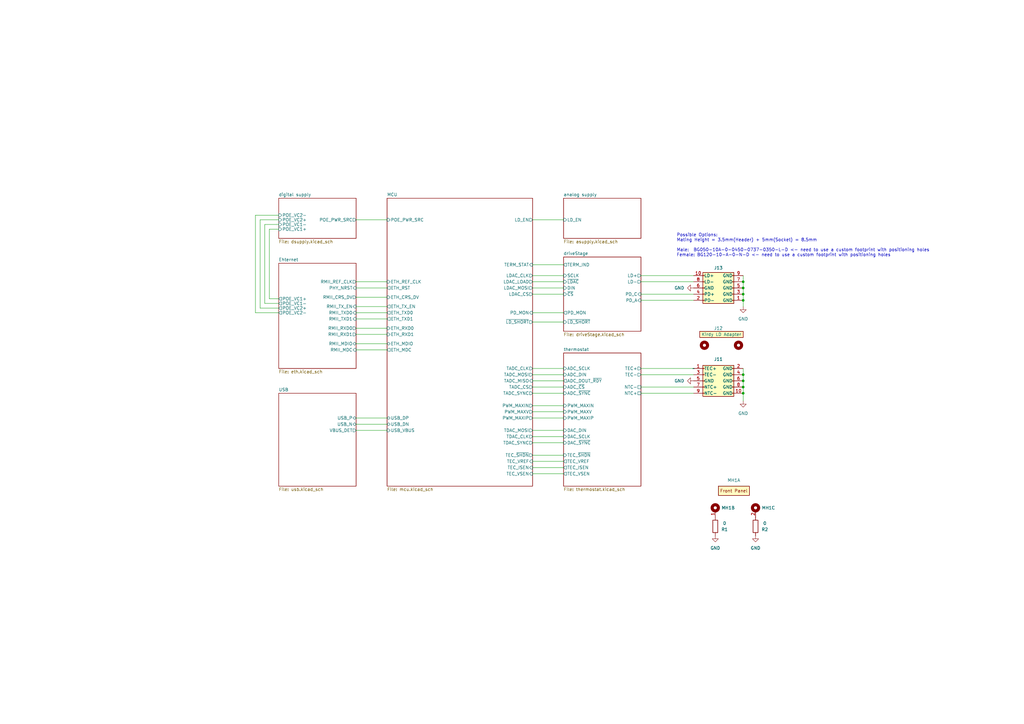
<source format=kicad_sch>
(kicad_sch (version 20230121) (generator eeschema)
  (paper "A3")
  (title_block (title "Kirdy") (date "2023-11-09") (rev "r0_3") (company "M-Labs Limited") (comment 1 "Linus Woo Chun Kit"))
  (lib_symbols
    (symbol "Device:R" (pin_numbers hide) (pin_names (offset 0))
      (property "Reference" "R" (at 2.032 0 90))
      (property "Value" "R" (at 0 0 90))
      (symbol "R_0_1"
        (rectangle (start -1.016 -2.54) (end 1.016 2.54) (stroke (width 0.254)))
      )
      (symbol "R_1_1"
        (pin passive line (at 0 3.81 270) (length 1.27) (name "~") (number "1"))
        (pin passive line (at 0 -3.81 90) (length 1.27) (name "~") (number "2"))
      )
    )
    (symbol "Mechanical:MountingHole" (pin_names (offset 1.016))
      (property "Reference" "H" (at 0 5.08 0))
      (property "Value" "MountingHole" (at 0 3.175 0))
      (symbol "MountingHole_0_1"
        (circle (center 0 0) (radius 1.27) (stroke (width 1.27)))
      )
    )
    (symbol "Panel_1"
      (property "Reference" "MH" (at 1.27 3.175 0))
      (symbol "Panel_1_1_1"
        (rectangle (start 0 0) (end 12.7 -3.81) (stroke (width 0.254)) (fill (type background)))
        (text "Front Panel" (at 6.35 -1.905 0) (effects (font (size 1.27 1.27))))
      )
      (symbol "Panel_1_2_1"
        (circle (center 0 0) (radius 1.27) (stroke (width 1.27)))
        (pin input line (at 3.81 0 180) (length 2.54) (name "") (number "1"))
      )
      (symbol "Panel_1_3_1"
        (circle (center 0 0) (radius 1.27) (stroke (width 1.27)))
        (pin input line (at 3.81 0 180) (length 2.54) (name "") (number "2"))
      )
    )
    (symbol "kirdy:Kirdy_Adapter_HDR1"
      (property "Reference" "J" (at 5.08 2.54 0))
      (symbol "Kirdy_Adapter_HDR1_1_1"
        (rectangle (start 3.81 -10.033) (end 4.445 -10.287) (stroke (width 0.1524)))
        (rectangle (start 3.81 -7.493) (end 4.445 -7.747) (stroke (width 0.1524)))
        (rectangle (start 3.81 -4.953) (end 4.445 -5.207) (stroke (width 0.1524)))
        (rectangle (start 3.81 -2.413) (end 4.445 -2.667) (stroke (width 0.1524)))
        (rectangle (start 3.81 0.127) (end 4.445 -0.127) (stroke (width 0.1524)))
        (rectangle (start 3.81 1.27) (end 16.51 -11.43) (stroke (width 0.254)) (fill (type background)))
        (rectangle (start 15.875 -10.033) (end 16.51 -10.287) (stroke (width 0.1524)))
        (rectangle (start 15.875 -7.493) (end 16.51 -7.747) (stroke (width 0.1524)))
        (rectangle (start 15.875 -4.953) (end 16.51 -5.207) (stroke (width 0.1524)))
        (rectangle (start 15.875 -2.413) (end 16.51 -2.667) (stroke (width 0.1524)))
        (rectangle (start 15.875 0.127) (end 16.51 -0.127) (stroke (width 0.1524)))
        (pin passive line (at 0 0 0) (length 3.81) (name "TEC+") (number "1"))
        (pin passive line (at 20.32 -10.16 180) (length 3.81) (name "GND") (number "10"))
        (pin passive line (at 20.32 0 180) (length 3.81) (name "GND") (number "2"))
        (pin passive line (at 0 -2.54 0) (length 3.81) (name "TEC-") (number "3"))
        (pin passive line (at 20.32 -2.54 180) (length 3.81) (name "GND") (number "4"))
        (pin passive line (at 0 -5.08 0) (length 3.81) (name "GND") (number "5"))
        (pin passive line (at 20.32 -5.08 180) (length 3.81) (name "GND") (number "6"))
        (pin passive line (at 0 -7.62 0) (length 3.81) (name "NTC+") (number "7"))
        (pin passive line (at 20.32 -7.62 180) (length 3.81) (name "GND") (number "8"))
        (pin passive line (at 0 -10.16 0) (length 3.81) (name "NTC-") (number "9"))
      )
    )
    (symbol "kirdy:Kirdy_Adapter_HDR2"
      (property "Reference" "J" (at 5.08 2.54 0))
      (symbol "Kirdy_Adapter_HDR2_1_1"
        (rectangle (start 3.81 -10.033) (end 4.445 -10.287) (stroke (width 0.1524)))
        (rectangle (start 3.81 -7.493) (end 4.445 -7.747) (stroke (width 0.1524)))
        (rectangle (start 3.81 -4.953) (end 4.445 -5.207) (stroke (width 0.1524)))
        (rectangle (start 3.81 -2.413) (end 4.445 -2.667) (stroke (width 0.1524)))
        (rectangle (start 3.81 0.127) (end 4.445 -0.127) (stroke (width 0.1524)))
        (rectangle (start 3.81 1.27) (end 16.51 -11.43) (stroke (width 0.254)) (fill (type background)))
        (rectangle (start 15.875 -10.033) (end 16.51 -10.287) (stroke (width 0.1524)))
        (rectangle (start 15.875 -7.493) (end 16.51 -7.747) (stroke (width 0.1524)))
        (rectangle (start 15.875 -4.953) (end 16.51 -5.207) (stroke (width 0.1524)))
        (rectangle (start 15.875 -2.413) (end 16.51 -2.667) (stroke (width 0.1524)))
        (rectangle (start 15.875 0.127) (end 16.51 -0.127) (stroke (width 0.1524)))
        (pin passive line (at 0 0 0) (length 3.81) (name "GND") (number "1"))
        (pin passive line (at 20.32 -10.16 180) (length 3.81) (name "LD+") (number "10"))
        (pin passive line (at 20.32 0 180) (length 3.81) (name "PD-") (number "2"))
        (pin passive line (at 0 -2.54 0) (length 3.81) (name "GND") (number "3"))
        (pin passive line (at 20.32 -2.54 180) (length 3.81) (name "PD+") (number "4"))
        (pin passive line (at 0 -5.08 0) (length 3.81) (name "GND") (number "5"))
        (pin passive line (at 20.32 -5.08 180) (length 3.81) (name "GND") (number "6"))
        (pin passive line (at 0 -7.62 0) (length 3.81) (name "GND") (number "7"))
        (pin passive line (at 20.32 -7.62 180) (length 3.81) (name "LD-") (number "8"))
        (pin passive line (at 0 -10.16 0) (length 3.81) (name "GND") (number "9"))
      )
    )
    (symbol "kirdy:Kirdy_LD_Adapter" (pin_names (offset 1.016) hide)
      (property "Reference" "J" (at -6.35 2.54 0))
      (property "Value" "Kirdy_LD_Adapter" (at 1.27 0 0))
      (symbol "Kirdy_LD_Adapter_1_1"
        (rectangle (start -7.62 1.27) (end 10.16 -1.27) (stroke (width 0.254)) (fill (type background)))
      )
    )
    (symbol "kirdy:Panel"
      (property "Reference" "MH" (at 1.27 3.175 0))
      (symbol "Panel_1_1"
        (rectangle (start 0 0) (end 12.7 -3.81) (stroke (width 0.254)) (fill (type background)))
        (text "Front Panel" (at 6.35 -1.905 0) (effects (font (size 1.27 1.27))))
      )
      (symbol "Panel_2_1"
        (circle (center 0 0) (radius 1.27) (stroke (width 1.27)))
        (pin input line (at 3.81 0 180) (length 2.54) (name "") (number "1"))
      )
      (symbol "Panel_3_1"
        (circle (center 0 0) (radius 1.27) (stroke (width 1.27)))
        (pin input line (at 3.81 0 180) (length 2.54) (name "") (number "2"))
      )
    )
    (symbol "power:GND" (power) (pin_names (offset 0))
      (property "Value" "GND" (at 0 -3.81 0))
      (symbol "GND_0_1"
        (polyline (pts (xy 0 0) (xy 0 -1.27) (xy 1.27 -1.27) (xy 0 -2.54) (xy -1.27 -1.27) (xy 0 -1.27)))
      )
      (symbol "GND_1_1"
        (pin power_in line (at 0 0 270) (length 0) hide (name "GND") (number "1"))
      )
    )
  )
  (junction (at 304.8 118.11))
  (junction (at 304.8 153.67))
  (junction (at 304.8 158.75))
  (junction (at 304.8 161.29))
  (junction (at 304.8 120.65))
  (junction (at 304.8 123.19))
  (junction (at 304.8 115.57))
  (junction (at 304.8 156.21))
  (wire (pts (xy 304.8 153.67) (xy 304.8 156.21)))
  (wire (pts (xy 146.05 176.53) (xy 158.75 176.53)))
  (wire (pts (xy 108.585 92.075) (xy 108.585 124.46)))
  (wire (pts (xy 218.44 168.91) (xy 231.14 168.91)))
  (wire (pts (xy 106.68 126.365) (xy 106.68 90.17)))
  (wire (pts (xy 218.44 176.53) (xy 231.14 176.53)))
  (wire (pts (xy 304.8 151.13) (xy 304.8 153.67)))
  (wire (pts (xy 146.05 125.73) (xy 158.75 125.73)))
  (wire (pts (xy 304.8 115.57) (xy 304.8 118.11)))
  (wire (pts (xy 262.89 123.19) (xy 284.48 123.19)))
  (wire (pts (xy 114.3 122.555) (xy 110.49 122.555)))
  (wire (pts (xy 218.44 151.13) (xy 231.14 151.13)))
  (wire (pts (xy 146.05 173.99) (xy 158.75 173.99)))
  (wire (pts (xy 218.44 161.29) (xy 231.14 161.29)))
  (wire (pts (xy 146.05 115.57) (xy 158.75 115.57)))
  (wire (pts (xy 218.44 90.17) (xy 231.14 90.17)))
  (wire (pts (xy 218.44 171.45) (xy 231.14 171.45)))
  (wire (pts (xy 146.05 140.97) (xy 158.75 140.97)))
  (wire (pts (xy 218.44 194.31) (xy 231.14 194.31)))
  (wire (pts (xy 218.44 166.37) (xy 231.14 166.37)))
  (wire (pts (xy 218.44 189.23) (xy 231.14 189.23)))
  (wire (pts (xy 218.44 179.07) (xy 231.14 179.07)))
  (wire (pts (xy 262.89 161.29) (xy 284.48 161.29)))
  (wire (pts (xy 146.05 121.92) (xy 158.75 121.92)))
  (wire (pts (xy 146.05 171.45) (xy 158.75 171.45)))
  (wire (pts (xy 304.8 120.65) (xy 304.8 123.19)))
  (wire (pts (xy 262.89 113.03) (xy 284.48 113.03)))
  (wire (pts (xy 146.05 90.17) (xy 158.75 90.17)))
  (wire (pts (xy 114.3 92.075) (xy 108.585 92.075)))
  (wire (pts (xy 110.49 93.98) (xy 114.3 93.98)))
  (wire (pts (xy 304.8 156.21) (xy 304.8 158.75)))
  (wire (pts (xy 106.68 90.17) (xy 114.3 90.17)))
  (wire (pts (xy 110.49 122.555) (xy 110.49 93.98)))
  (wire (pts (xy 304.8 158.75) (xy 304.8 161.29)))
  (wire (pts (xy 114.3 88.265) (xy 104.775 88.265)))
  (wire (pts (xy 304.8 123.19) (xy 304.8 125.73)))
  (wire (pts (xy 146.05 130.81) (xy 158.75 130.81)))
  (wire (pts (xy 218.44 115.57) (xy 231.14 115.57)))
  (wire (pts (xy 262.89 120.65) (xy 284.48 120.65)))
  (wire (pts (xy 146.05 118.11) (xy 158.75 118.11)))
  (wire (pts (xy 114.3 126.365) (xy 106.68 126.365)))
  (wire (pts (xy 146.05 128.27) (xy 158.75 128.27)))
  (wire (pts (xy 304.8 161.29) (xy 304.8 164.465)))
  (wire (pts (xy 262.89 158.75) (xy 284.48 158.75)))
  (wire (pts (xy 104.775 88.265) (xy 104.775 128.27)))
  (wire (pts (xy 218.44 132.08) (xy 231.14 132.08)))
  (wire (pts (xy 146.05 134.62) (xy 158.75 134.62)))
  (wire (pts (xy 218.44 118.11) (xy 231.14 118.11)))
  (wire (pts (xy 304.8 113.03) (xy 304.8 115.57)))
  (wire (pts (xy 218.44 156.21) (xy 231.14 156.21)))
  (wire (pts (xy 304.8 118.11) (xy 304.8 120.65)))
  (wire (pts (xy 218.44 128.27) (xy 231.14 128.27)))
  (wire (pts (xy 218.44 186.69) (xy 231.14 186.69)))
  (wire (pts (xy 218.44 153.67) (xy 231.14 153.67)))
  (wire (pts (xy 218.44 108.585) (xy 231.14 108.585)))
  (wire (pts (xy 218.44 181.61) (xy 231.14 181.61)))
  (wire (pts (xy 218.44 158.75) (xy 231.14 158.75)))
  (wire (pts (xy 218.44 120.65) (xy 231.14 120.65)))
  (wire (pts (xy 262.89 151.13) (xy 284.48 151.13)))
  (wire (pts (xy 262.89 153.67) (xy 284.48 153.67)))
  (wire (pts (xy 108.585 124.46) (xy 114.3 124.46)))
  (wire (pts (xy 146.05 143.51) (xy 158.75 143.51)))
  (wire (pts (xy 262.89 115.57) (xy 284.48 115.57)))
  (wire (pts (xy 104.775 128.27) (xy 114.3 128.27)))
  (wire (pts (xy 218.44 191.77) (xy 231.14 191.77)))
  (wire (pts (xy 218.44 113.03) (xy 231.14 113.03)))
  (wire (pts (xy 146.05 137.16) (xy 158.75 137.16)))
  (text "Possible Options:\nMating Height = 3.5mm(Header) + 5mm(Socket) = 8.5mm\n\nMale:  BG050-10A-0-0450-0737-0350-L-D <- need to use a custom footprint with positioning holes\nFemale: BG120-10-A-0-N-D <- need to use a custom footprint with positioning holes" (at 277.495 105.41 0) (effects (font (size 1.27 1.27)) (justify left bottom)))
  (symbol (lib_id "power:GND") (at 309.88 219.71 0) (unit 1)
    (property "Reference" "#PWR06" (effects hide))
    (property "Value" "GND" (at 309.88 224.79 0))
  )
  (symbol (lib_id "Device:R") (at 293.37 215.9 180) (unit 1)
    (property "Reference" "R1" (at 297.18 217.17 0))
    (property "Value" "0" (at 297.18 214.63 0))
    (property "Footprint" "Resistor_SMD:R_0603_1608Metric" (effects hide))
    (property "MFR_PN" "RMCF0603ZT0R00" (effects hide))
    (property "MFR_PN_ALT" "CR0603-J/-000ELF" (effects hide))
  )
  (symbol (lib_id "kirdy:Kirdy_LD_Adapter") (at 294.64 137.16 0) (unit 1)
    (property "Reference" "J12" (at 294.64 134.62 0))
    (property "Value" "Kirdy LD Adapter" (at 295.91 137.16 0))
    (property "Footprint" "kirdy:Kirdy_LD_Adapter" (effects hide))
    (property "MFR_PN" "Kirdy_LD_Adapter_PCB" (effects hide))
  )
  (symbol (lib_id "kirdy:Panel") (at 309.88 208.28 270) (unit 3)
    (property "Reference" "MH1" (at 312.42 208.28 90) (effects (justify left)))
    (property "Value" "Kirdy Front Panel" (effects hide))
    (property "Footprint" "kirdy:Panel" (effects hide))
    (property "MFR_PN" "Kirdy Front Panel" (effects hide))
  )
  (symbol (lib_id "kirdy:Kirdy_Adapter_HDR2") (at 304.8 123.19 180) (unit 1)
    (property "Reference" "J13" (at 294.64 109.855 0))
    (property "Value" "~" (at 304.8 123.19 0))
    (property "Footprint" "kirdy:BG050-10A-0-0450-0737-0350-L-D" (effects hide))
  )
  (symbol (lib_name "Panel_1") (lib_id "kirdy:Panel") (at 294.64 199.39 0) (unit 1)
    (property "Reference" "MH1" (at 300.99 196.977 0))
    (property "Value" "Kirdy Front Panel" (effects hide))
    (property "Footprint" "kirdy:Panel" (effects hide))
    (property "MFR_PN" "Kirdy Front Panel" (effects hide))
  )
  (symbol (lib_id "power:GND") (at 304.8 125.73 0) (unit 1)
    (property "Reference" "#PWR05" (effects hide))
    (property "Value" "GND" (at 304.8 130.81 0))
  )
  (symbol (lib_id "Mechanical:MountingHole") (at 302.895 141.605 0) (unit 1)
    (property "Reference" "H4" (effects hide))
    (property "Value" "MountingHole_Pad" (effects hide))
    (property "Footprint" "MountingHole:MountingHole_2.7mm_M2.5" (effects hide))
  )
  (symbol (lib_id "power:GND") (at 284.48 118.11 270) (unit 1)
    (property "Reference" "#PWR04" (effects hide))
    (property "Value" "GND" (at 280.67 118.11 90) (effects (justify right)))
  )
  (symbol (lib_id "Mechanical:MountingHole") (at 288.925 141.605 0) (unit 1)
    (property "Reference" "H3" (effects hide))
    (property "Value" "MountingHole_Pad" (effects hide))
    (property "Footprint" "MountingHole:MountingHole_2.7mm_M2.5" (effects hide))
  )
  (symbol (lib_id "power:GND") (at 293.37 219.71 0) (unit 1)
    (property "Reference" "#PWR03" (effects hide))
    (property "Value" "GND" (at 293.37 224.79 0))
  )
  (symbol (lib_id "power:GND") (at 284.48 156.21 270) (unit 1)
    (property "Reference" "#PWR02" (effects hide))
    (property "Value" "GND" (at 280.67 156.21 90) (effects (justify right)))
  )
  (symbol (lib_id "kirdy:Panel") (at 293.37 208.28 270) (unit 2)
    (property "Reference" "MH1" (at 295.91 208.28 90) (effects (justify left)))
    (property "Value" "Kirdy Front Panel" (effects hide))
    (property "Footprint" "kirdy:Panel" (effects hide))
    (property "MFR_PN" "Kirdy Front Panel" (effects hide))
  )
  (symbol (lib_id "kirdy:Kirdy_Adapter_HDR1") (at 284.48 151.13 0) (unit 1)
    (property "Reference" "J11" (at 294.64 147.32 0))
    (property "Value" "~" (at 284.48 151.13 0))
    (property "Footprint" "kirdy:BG050-10A-0-0450-0737-0350-L-D" (effects hide))
  )
  (symbol (lib_id "power:GND") (at 304.8 164.465 0) (unit 1)
    (property "Reference" "#PWR01" (effects hide))
    (property "Value" "GND" (at 304.8 169.545 0))
  )
  (symbol (lib_id "Device:R") (at 309.88 215.9 180) (unit 1)
    (property "Reference" "R2" (at 313.69 217.17 0))
    (property "Value" "0" (at 313.69 214.63 0))
    (property "Footprint" "Resistor_SMD:R_0603_1608Metric" (effects hide))
    (property "MFR_PN" "RMCF0603ZT0R00" (effects hide))
    (property "MFR_PN_ALT" "CR0603-J/-000ELF" (effects hide))
  )
  (sheet (at 114.3 107.95) (size 31.75 43.18) (stroke (width 0.1524))
    (property "Sheetname" "Ehternet" (at 114.3 107.2384 0) (effects (justify left bottom)))
    (property "Sheetfile" "eth.kicad_sch" (at 114.3 151.7146 0) (effects (justify left top)))
    (pin "RMII_MDIO" bidirectional (at 146.05 140.97 0))
    (pin "PHY_NRST" input (at 146.05 118.11 0))
    (pin "RMII_MDC" input (at 146.05 143.51 0))
    (pin "RMII_CRS_DV" output (at 146.05 121.92 0))
    (pin "RMII_TX_EN" input (at 146.05 125.73 0))
    (pin "RMII_TXD0" input (at 146.05 128.27 0))
    (pin "RMII_TXD1" input (at 146.05 130.81 0))
    (pin "RMII_RXD0" output (at 146.05 134.62 0))
    (pin "RMII_RXD1" output (at 146.05 137.16 0))
    (pin "RMII_REF_CLK" output (at 146.05 115.57 0))
    (pin "POE_VC1+" output (at 114.3 122.555 180))
    (pin "POE_VC1-" output (at 114.3 124.46 180))
    (pin "POE_VC2+" output (at 114.3 126.365 180))
    (pin "POE_VC2-" output (at 114.3 128.27 180))
  )
  (sheet (at 114.3 161.29) (size 31.75 38.1) (stroke (width 0.1524))
    (property "Sheetname" "USB" (at 114.3 160.5784 0) (effects (justify left bottom)))
    (property "Sheetfile" "usb.kicad_sch" (at 114.3 199.9746 0) (effects (justify left top)))
    (pin "USB_N" bidirectional (at 146.05 173.99 0))
    (pin "USB_P" bidirectional (at 146.05 171.45 0))
    (pin "VBUS_DET" output (at 146.05 176.53 0))
  )
  (sheet (at 231.14 105.41) (size 31.75 30.48) (stroke (width 0.1524))
    (property "Sheetname" "driveStage" (at 231.14 104.6984 0) (effects (justify left bottom)))
    (property "Sheetfile" "driveStage.kicad_sch" (at 231.14 136.4746 0) (effects (justify left top)))
    (pin "LD-" output (at 262.89 115.57 0))
    (pin "LD+" output (at 262.89 113.03 0))
    (pin "SCLK" input (at 231.14 113.03 180))
    (pin "DIN" input (at 231.14 118.11 180))
    (pin "~{LDAC}" input (at 231.14 115.57 180))
    (pin "~{CS}" input (at 231.14 120.65 180))
    (pin "PD_A" input (at 262.89 123.19 0))
    (pin "PD_C" input (at 262.89 120.65 0))
    (pin "PD_MON" output (at 231.14 128.27 180))
    (pin "~{LD_SHORT}" input (at 231.14 132.08 180))
    (pin "TERM_IND" output (at 231.14 108.585 180))
  )
  (sheet (at 114.3 81.28) (size 31.75 16.51) (stroke (width 0.1524))
    (property "Sheetname" "digital supply" (at 114.3 80.5684 0) (effects (justify left bottom)))
    (property "Sheetfile" "dsupply.kicad_sch" (at 114.3 98.3746 0) (effects (justify left top)))
    (pin "POE_PWR_SRC" output (at 146.05 90.17 0))
    (pin "POE_VC1-" input (at 114.3 92.075 180))
    (pin "POE_VC2-" input (at 114.3 88.265 180))
    (pin "POE_VC1+" input (at 114.3 93.98 180))
    (pin "POE_VC2+" input (at 114.3 90.17 180))
  )
  (sheet (at 231.14 144.78) (size 31.75 54.61) (stroke (width 0.1524))
    (property "Sheetname" "thermostat" (at 231.14 144.0684 0) (effects (justify left bottom)))
    (property "Sheetfile" "thermostat.kicad_sch" (at 231.14 199.9746 0) (effects (justify left top)))
    (pin "TEC-" output (at 262.89 153.67 0))
    (pin "TEC+" output (at 262.89 151.13 0))
    (pin "NTC-" passive (at 262.89 158.75 0))
    (pin "NTC+" passive (at 262.89 161.29 0))
    (pin "DAC_~{SYNC}" input (at 231.14 181.61 180))
    (pin "DAC_SCLK" input (at 231.14 179.07 180))
    (pin "DAC_DIN" input (at 231.14 176.53 180))
    (pin "PWM_MAXV" input (at 231.14 168.91 180))
    (pin "ADC_SCLK" input (at 231.14 151.13 180))
    (pin "ADC_DIN" input (at 231.14 153.67 180))
    (pin "ADC_DOUT_~{RDY}" output (at 231.14 156.21 180))
    (pin "ADC_~{CS}" input (at 231.14 158.75 180))
    (pin "ADC_~{SYNC}" input (at 231.14 161.29 180))
    (pin "PWM_MAXIN" input (at 231.14 166.37 180))
    (pin "PWM_MAXIP" input (at 231.14 171.45 180))
    (pin "TEC_~{SHDN}" input (at 231.14 186.69 180))
    (pin "TEC_ISEN" output (at 231.14 191.77 180))
    (pin "TEC_VREF" output (at 231.14 189.23 180))
    (pin "TEC_VSEN" output (at 231.14 194.31 180))
  )
  (sheet (at 231.14 81.28) (size 31.75 16.51) (stroke (width 0.1524))
    (property "Sheetname" "analog supply" (at 231.14 80.5684 0) (effects (justify left bottom)))
    (property "Sheetfile" "asupply.kicad_sch" (at 231.14 98.3746 0) (effects (justify left top)))
    (pin "LD_EN" input (at 231.14 90.17 180))
  )
  (sheet (at 158.75 81.28) (size 59.69 118.11) (stroke (width 0.1524))
    (property "Sheetname" "MCU" (at 158.75 80.5684 0) (effects (justify left bottom)))
    (property "Sheetfile" "mcu.kicad_sch" (at 158.75 199.9746 0) (effects (justify left top)))
    (pin "ETH_RST" output (at 158.75 118.11 180))
    (pin "ETH_MDIO" bidirectional (at 158.75 140.97 180))
    (pin "PD_MON" input (at 218.44 128.27 0))
    (pin "TEC_~{SHDN}" output (at 218.44 186.69 0))
    (pin "TEC_VREF" input (at 218.44 189.23 0))
    (pin "ETH_CRS_DV" input (at 158.75 121.92 180))
    (pin "USB_VBUS" input (at 158.75 176.53 180))
    (pin "TEC_ISEN" input (at 218.44 191.77 0))
    (pin "TEC_VSEN" input (at 218.44 194.31 0))
    (pin "USB_DP" bidirectional (at 158.75 171.45 180))
    (pin "USB_DN" bidirectional (at 158.75 173.99 180))
    (pin "TADC_CS" output (at 218.44 158.75 0))
    (pin "LDAC_CLK" output (at 218.44 113.03 0))
    (pin "ETH_TX_EN" output (at 158.75 125.73 180))
    (pin "ETH_TXD0" output (at 158.75 128.27 180))
    (pin "ETH_TXD1" output (at 158.75 130.81 180))
    (pin "LDAC_LOAD" output (at 218.44 115.57 0))
    (pin "POE_PWR_SRC" input (at 158.75 90.17 180))
    (pin "ETH_RXD0" input (at 158.75 134.62 180))
    (pin "ETH_RXD1" input (at 158.75 137.16 180))
    (pin "LDAC_MOSI" output (at 218.44 118.11 0))
    (pin "TADC_MOSI" output (at 218.44 153.67 0))
    (pin "TADC_MISO" input (at 218.44 156.21 0))
    (pin "PWM_MAXIP" output (at 218.44 171.45 0))
    (pin "ETH_MDC" output (at 158.75 143.51 180))
    (pin "LDAC_CS" output (at 218.44 120.65 0))
    (pin "TADC_SYNC" output (at 218.44 161.29 0))
    (pin "TDAC_CLK" output (at 218.44 179.07 0))
    (pin "TDAC_SYNC" output (at 218.44 181.61 0))
    (pin "TDAC_MOSI" output (at 218.44 176.53 0))
    (pin "PWM_MAXIN" output (at 218.44 166.37 0))
    (pin "PWM_MAXV" output (at 218.44 168.91 0))
    (pin "TADC_CLK" output (at 218.44 151.13 0))
    (pin "ETH_REF_CLK" input (at 158.75 115.57 180))
    (pin "LD_EN" output (at 218.44 90.17 0))
    (pin "~{LD_SHORT}" output (at 218.44 132.08 0))
    (pin "TERM_STAT" input (at 218.44 108.585 0))
  )
)
</source>
